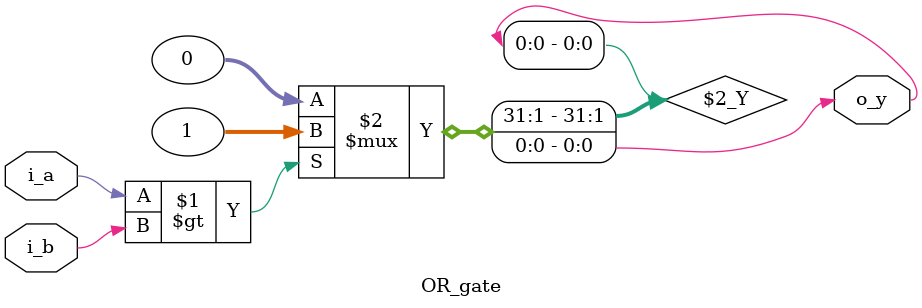
<source format=v>
module OR_gate(
	input 		i_a,
	input		i_b,
	output reg	o_y
	);

	assign o_y = i_a > i_b ? 1 : 0; 

endmodule

</source>
